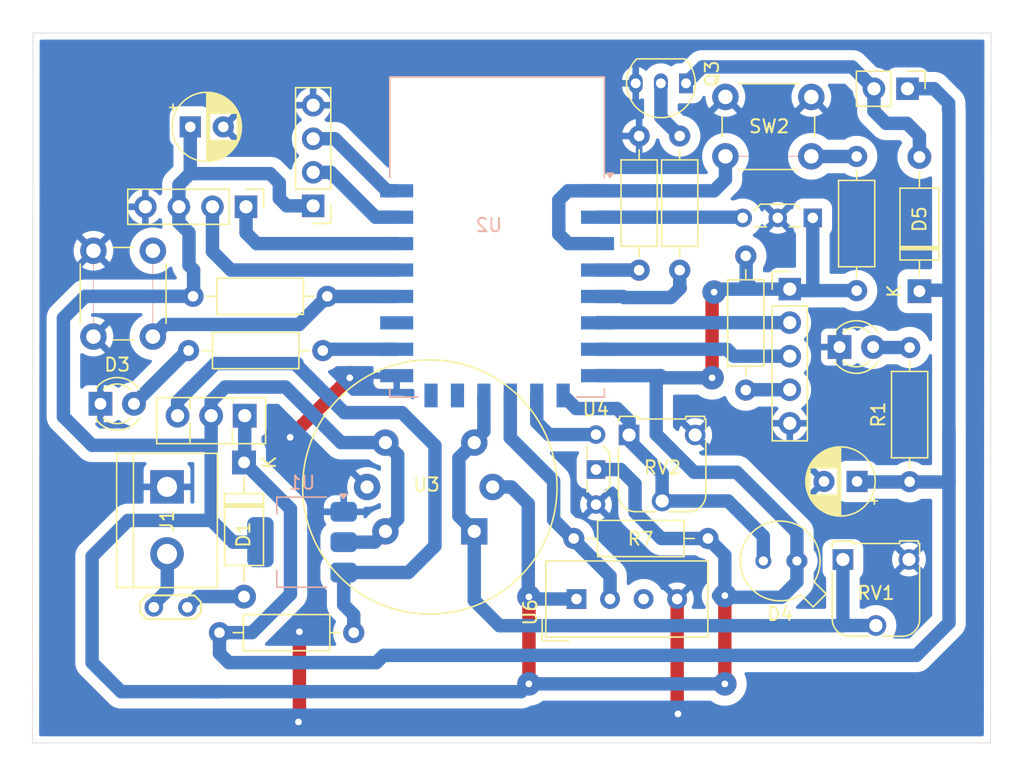
<source format=kicad_pcb>
(kicad_pcb (version 20240108) (generator "pcbnew") (generator_version "8.0")
  (layers (0 "F.Cu" signal) (31 "B.Cu" signal) (34 "B.Paste" user) (35 "F.Paste" user) (36 "B.SilkS" user "B.Silkscreen") (37 "F.SilkS" user "F.Silkscreen") (38 "B.Mask" user) (39 "F.Mask" user) (44 "Edge.Cuts" user))
  (net 0 "")
  (net 1 "Net-(BZ2--)")
  (net 2 "+7.4V")
  (net 3 "GND")
  (net 4 "+3.3V")
  (net 5 "Net-(D1-A)")
  (net 6 "Net-(D2-A)")
  (net 7 "Net-(D3-A)")
  (net 8 "/frame_pin")
  (net 9 "Net-(J1-Pin_2)")
  (net 10 "/rfid_tx")
  (net 11 "/rfid_rx")
  (net 12 "Net-(J2-Pin_4)")
  (net 13 "/Tx")
  (net 14 "/Rx")
  (net 15 "/SCL")
  (net 16 "/SDA")
  (net 17 "Net-(Q1-B)")
  (net 18 "Net-(Q3-B)")
  (net 19 "Net-(SW2-B)")
  (net 20 "Net-(SW3-A)")
  (net 21 "Net-(U2-GPIO16)")
  (net 22 "Net-(U2-GPIO15)")
  (net 23 "/temp_pin")
  (net 24 "Net-(U2-GPIO14)")
  (net 25 "Net-(U2-GPIO10)")
  (net 26 "/vibr_pin")
  (net 28 "/hb_pin")
  (footprint "Resistor_THT:R_Axial_DIN0207_L6.3mm_D2.5mm_P10.16mm_Horizontal" (layer "F.Cu") (at 194.11 127.91)
    (property "Reference" "R2" (hide yes))
    (property "Value" "3")
    (pad "1" thru_hole circle (at 0 0) (size 1.6 1.6) (drill 0.8) (layers "*.Cu" "*.Mask") (net 2 "+7.4V"))
    (pad "2" thru_hole oval (at 10.16 0) (size 1.6 1.6) (drill 0.8) (layers "*.Cu" "*.Mask") (net 17 "Net-(Q1-B)"))
  )
  (footprint "Resistor_THT:R_Axial_DIN0207_L6.3mm_D2.5mm_P10.16mm_Horizontal" (layer "F.Cu") (at 192.11 102.44)
    (property "Reference" "R4" (hide yes))
    (property "Value" "10k")
    (pad "1" thru_hole circle (at 0 0) (size 1.6 1.6) (drill 0.8) (layers "*.Cu" "*.Mask") (net 4 "+3.3V"))
    (pad "2" thru_hole oval (at 10.16 0) (size 1.6 1.6) (drill 0.8) (layers "*.Cu" "*.Mask") (net 20 "Net-(SW3-A)"))
  )
  (footprint "Sensor:MQ-6" (layer "F.Cu") (at 213.39 120.24 180)
    (property "Reference" "U3" (at 3.61 3.54 180) (layer "F.SilkS"))
    (property "Value" "MQ-2")
    (pad "1" thru_hole rect (at 0 0 180) (size 2 2) (drill 1) (layers "*.Cu" "*.Mask") (net 25 "Net-(U2-GPIO10)"))
    (pad "2" thru_hole circle (at -1.39 3.36 180) (size 2 2) (drill 1) (layers "*.Cu" "*.Mask") (net 4 "+3.3V"))
    (pad "3" thru_hole circle (at 0 6.72 270) (size 2 2) (drill 1) (layers "*.Cu" "*.Mask") (net 25 "Net-(U2-GPIO10)"))
    (pad "4" thru_hole circle (at 6.72 6.72) (size 2 2) (drill 1) (layers "*.Cu" "*.Mask") (net 4 "+3.3V"))
    (pad "5" thru_hole circle (at 8.11 3.36 180) (size 2 2) (drill 1) (layers "*.Cu" "*.Mask") (net 3 "GND"))
    (pad "6" thru_hole circle (at 6.72 0 90) (size 2 2) (drill 1) (layers "*.Cu" "*.Mask") (net 4 "+3.3V"))
  )
  (footprint "TerminalBlock:TerminalBlock_bornier-2_P5.08mm" (layer "F.Cu") (at 190.14 116.87 -90)
    (property "Reference" "J1" (at 2.57 -0.01 90) (layer "F.SilkS"))
    (property "Value" "Power")
    (pad "1" thru_hole rect (at 0 0 270) (size 2.54 2.54) (drill 1.52) (layers "*.Cu" "*.Mask") (net 3 "GND"))
    (pad "2" thru_hole circle (at 5.08 0 270) (size 2.54 2.54) (drill 1.52) (layers "*.Cu" "*.Mask") (net 9 "Net-(J1-Pin_2)"))
  )
  (footprint "Connector_PinHeader_2.54mm:PinHeader_1x04_P2.54mm_Vertical" (layer "F.Cu") (at 196.12 95.66 -90)
    (property "Reference" "J4" (hide yes))
    (property "Value" "Display")
    (pad "1" thru_hole rect (at 0 0 270) (size 1.7 1.7) (drill 1) (layers "*.Cu" "*.Mask") (net 15 "/SCL"))
    (pad "2" thru_hole oval (at 0 2.54 270) (size 1.7 1.7) (drill 1) (layers "*.Cu" "*.Mask") (net 16 "/SDA"))
    (pad "3" thru_hole oval (at 0 5.08 270) (size 1.7 1.7) (drill 1) (layers "*.Cu" "*.Mask") (net 4 "+3.3V"))
    (pad "4" thru_hole oval (at 0 7.62 270) (size 1.7 1.7) (drill 1) (layers "*.Cu" "*.Mask") (net 3 "GND"))
  )
  (footprint "Connector_PinHeader_2.54mm:PinHeader_1x04_P2.54mm_Vertical" (layer "F.Cu") (at 201.2 95.59 180)
    (property "Reference" "J3" (hide yes))
    (property "Value" "Program")
    (pad "1" thru_hole rect (at 0 0 180) (size 1.7 1.7) (drill 1) (layers "*.Cu" "*.Mask") (net 4 "+3.3V"))
    (pad "2" thru_hole oval (at 0 2.54 180) (size 1.7 1.7) (drill 1) (layers "*.Cu" "*.Mask") (net 14 "/Rx"))
    (pad "3" thru_hole oval (at 0 5.08 180) (size 1.7 1.7) (drill 1) (layers "*.Cu" "*.Mask") (net 13 "/Tx"))
    (pad "4" thru_hole oval (at 0 7.62 180) (size 1.7 1.7) (drill 1) (layers "*.Cu" "*.Mask") (net 3 "GND"))
  )
  (footprint "Diode_THT:D_A-405_P10.16mm_Horizontal" (layer "F.Cu") (at 247.08 102.05 90)
    (property "Reference" "D5" (at 5.45 0.01 -90) (layer "F.SilkS"))
    (property "Value" "1N4001")
    (fp_text user "K" (at 0 -1.9 -90) (layer "F.SilkS"))
    (pad "1" thru_hole rect (at 0 0 90) (size 1.8 1.8) (drill 0.9) (layers "*.Cu" "*.Mask") (net 2 "+7.4V"))
    (pad "2" thru_hole oval (at 10.16 0 90) (size 1.8 1.8) (drill 0.9) (layers "*.Cu" "*.Mask") (net 1 "Net-(BZ2--)"))
  )
  (footprint "Potentiometer_THT:Potentiometer_Runtron_RM-065_Vertical" (layer "F.Cu") (at 241.29 122.37)
    (property "Reference" "RV1" (at 2.51 2.54 0) (layer "F.SilkS"))
    (property "Value" "10k")
    (pad "1" thru_hole rect (at 0 0) (size 1.56 1.56) (drill 1) (layers "*.Cu" "*.Mask") (net 25 "Net-(U2-GPIO10)"))
    (pad "2" thru_hole circle (at 2.5 5) (size 1.56 1.56) (drill 1) (layers "*.Cu" "*.Mask") (net 25 "Net-(U2-GPIO10)"))
    (pad "3" thru_hole circle (at 5 0) (size 1.56 1.56) (drill 1) (layers "*.Cu" "*.Mask") (net 3 "GND"))
  )
  (footprint "Sensor_Current:Diodes_SIP-3_4.1x1.5mm_P2.65mm" (layer "F.Cu") (at 239.01 96.5 180)
    (property "Reference" "U5" (hide yes))
    (property "Value" "XD-58C")
    (pad "1" thru_hole rect (at 0 0 180) (size 1.4 1.4) (drill 0.8) (layers "*.Cu" "*.Mask") (net 4 "+3.3V"))
    (pad "2" thru_hole circle (at 2.65 0 180) (size 1.4 1.4) (drill 0.8) (layers "*.Cu" "*.Mask") (net 3 "GND"))
    (pad "3" thru_hole circle (at 5.3 0 180) (size 1.4 1.4) (drill 0.8) (layers "*.Cu" "*.Mask") (net 28 "/hb_pin"))
  )
  (footprint "TestPoint:TestPoint_2Pads_Pitch2.54mm_Drill0.8mm" (layer "F.Cu") (at 189.14 125.99)
    (property "Reference" "SW1" (hide yes))
    (property "Value" "Switch")
    (pad "1" thru_hole circle (at 0 0) (size 1.4 1.4) (drill 0.8) (layers "*.Cu" "*.Mask") (net 9 "Net-(J1-Pin_2)"))
    (pad "2" thru_hole circle (at 2.54 0) (size 1.4 1.4) (drill 0.8) (layers "*.Cu" "*.Mask") (net 5 "Net-(D1-A)"))
  )
  (footprint "Connector_PinHeader_2.54mm:PinHeader_1x02_P2.54mm_Vertical" (layer "F.Cu") (at 246.18 86.72 -90)
    (property "Reference" "BZ2" (hide yes))
    (property "Value" "Buzzer")
    (pad "1" thru_hole rect (at 0 0 270) (size 1.7 1.7) (drill 1) (layers "*.Cu" "*.Mask") (net 2 "+7.4V"))
    (pad "2" thru_hole oval (at 0 2.54 270) (size 1.7 1.7) (drill 1) (layers "*.Cu" "*.Mask") (net 1 "Net-(BZ2--)"))
  )
  (footprint "Resistor_THT:R_Axial_DIN0207_L6.3mm_D2.5mm_P10.16mm_Horizontal" (layer "F.Cu") (at 225.87 100.46 90)
    (property "Reference" "R5" (hide yes))
    (property "Value" "10k")
    (pad "1" thru_hole circle (at 0 0 90) (size 1.6 1.6) (drill 0.8) (layers "*.Cu" "*.Mask") (net 21 "Net-(U2-GPIO16)"))
    (pad "2" thru_hole oval (at 10.16 0 90) (size 1.6 1.6) (drill 0.8) (layers "*.Cu" "*.Mask") (net 3 "GND"))
  )
  (footprint "Connector_PinHeader_2.54mm:PinHeader_1x05_P2.54mm_Vertical" (layer "F.Cu") (at 237.27 101.895)
    (property "Reference" "J2" (hide yes))
    (property "Value" "JRD-100  (UHF RFID)")
    (pad "1" thru_hole rect (at 0 0) (size 1.7 1.7) (drill 1) (layers "*.Cu" "*.Mask") (net 4 "+3.3V"))
    (pad "2" thru_hole oval (at 0 2.54) (size 1.7 1.7) (drill 1) (layers "*.Cu" "*.Mask") (net 10 "/rfid_tx"))
    (pad "3" thru_hole oval (at 0 5.08) (size 1.7 1.7) (drill 1) (layers "*.Cu" "*.Mask") (net 11 "/rfid_rx"))
    (pad "4" thru_hole oval (at 0 7.62) (size 1.7 1.7) (drill 1) (layers "*.Cu" "*.Mask") (net 12 "Net-(J2-Pin_4)"))
    (pad "5" thru_hole oval (at 0 10.16) (size 1.7 1.7) (drill 1) (layers "*.Cu" "*.Mask") (net 3 "GND"))
  )
  (footprint "Resistor_THT:R_Axial_DIN0207_L6.3mm_D2.5mm_P10.16mm_Horizontal" (layer "F.Cu") (at 242.33 102.01 90)
    (property "Reference" "R3" (hide yes))
    (property "Value" "10k")
    (pad "1" thru_hole circle (at 0 0 90) (size 1.6 1.6) (drill 0.8) (layers "*.Cu" "*.Mask") (net 4 "+3.3V"))
    (pad "2" thru_hole oval (at 10.16 0 90) (size 1.6 1.6) (drill 0.8) (layers "*.Cu" "*.Mask") (net 19 "Net-(SW2-B)"))
  )
  (footprint "Resistor_THT:R_Axial_DIN0207_L6.3mm_D2.5mm_P10.16mm_Horizontal" (layer "F.Cu") (at 231.08 120.78 180)
    (property "Reference" "R7" (at 5.1 -0.03 180) (layer "F.SilkS"))
    (property "Value" "4.7k")
    (pad "1" thru_hole circle (at 0 0 180) (size 1.6 1.6) (drill 0.8) (layers "*.Cu" "*.Mask") (net 4 "+3.3V"))
    (pad "2" thru_hole oval (at 10.16 0 180) (size 1.6 1.6) (drill 0.8) (layers "*.Cu" "*.Mask") (net 23 "/temp_pin"))
  )
  (footprint "Package_TO_SOT_THT:TO-18-2_Lens" (layer "F.Cu") (at 237.81 122.48 180)
    (property "Reference" "D4" (at 1.27 -4.02 180) (layer "F.SilkS"))
    (property "Value" "BPX65")
    (pad "1" thru_hole oval (at 0 0 180) (size 1.6 1.2) (drill 0.7) (layers "*.Cu" "*.Mask") (net 4 "+3.3V"))
    (pad "2" thru_hole oval (at 2.54 0 180) (size 1.2 1.2) (drill 0.7) (layers "*.Cu" "*.Mask") (net 8 "/frame_pin"))
  )
  (footprint "Sensor:Aosong_DHT11_5.5x12.0_P2.54mm" (layer "F.Cu") (at 221.1275 125.3625 90)
    (property "Reference" "U6" (at -1 -3.5 -90) (layer "F.SilkS"))
    (property "Value" "DHT11")
    (pad "1" thru_hole rect (at 0 0 90) (size 1.5 1.5) (drill 0.8) (layers "*.Cu" "*.Mask") (net 4 "+3.3V"))
    (pad "2" thru_hole circle (at 0 2.54 90) (size 1.5 1.5) (drill 0.8) (layers "*.Cu" "*.Mask") (net 23 "/temp_pin"))
    (pad "3" thru_hole circle (at 0 5.08 90) (size 1.5 1.5) (drill 0.8) (layers "*.Cu" "*.Mask"))
    (pad "4" thru_hole circle (at 0 7.62 90) (size 1.5 1.5) (drill 0.8) (layers "*.Cu" "*.Mask") (net 3 "GND"))
  )
  (footprint "Capacitor_THT:CP_Radial_D5.0mm_P2.50mm" (layer "F.Cu") (at 242.36 116.46 180)
    (property "Reference" "C1" (hide yes))
    (property "Value" "100uF")
    (pad "1" thru_hole rect (at 0 0 180) (size 1.6 1.6) (drill 0.8) (layers "*.Cu" "*.Mask") (net 2 "+7.4V"))
    (pad "2" thru_hole circle (at 2.5 0 180) (size 1.6 1.6) (drill 0.8) (layers "*.Cu" "*.Mask") (net 3 "GND"))
  )
  (footprint "Resistor_THT:R_Axial_DIN0207_L6.3mm_D2.5mm_P10.16mm_Horizontal" (layer "F.Cu") (at 246.34 116.48 90)
    (property "Reference" "R1" (at 5.08 -2.37 -90) (layer "F.SilkS"))
    (property "Value" "1k")
    (pad "1" thru_hole circle (at 0 0 90) (size 1.6 1.6) (drill 0.8) (layers "*.Cu" "*.Mask") (net 2 "+7.4V"))
    (pad "2" thru_hole oval (at 10.16 0 90) (size 1.6 1.6) (drill 0.8) (layers "*.Cu" "*.Mask") (net 6 "Net-(D2-A)"))
  )
  (footprint "Package_TO_SOT_THT:TO-92_Inline" (layer "F.Cu") (at 228.785 86.31 180)
    (property "Reference" "Q3" (at -2.6 0.72 -90) (layer "F.SilkS"))
    (property "Value" "BC547")
    (pad "1" thru_hole rect (at -0.635 0 180) (size 1.05 1.5) (drill 0.75) (layers "*.Cu" "*.Mask") (net 1 "Net-(BZ2--)"))
    (pad "2" thru_hole oval (at 1.27 0 180) (size 1.05 1.5) (drill 0.75) (layers "*.Cu" "*.Mask") (net 18 "Net-(Q3-B)"))
    (pad "3" thru_hole oval (at 3.175 0 180) (size 1.05 1.5) (drill 0.75) (layers "*.Cu" "*.Mask") (net 3 "GND"))
  )
  (footprint "Resistor_THT:R_Axial_DIN0207_L6.3mm_D2.5mm_P10.16mm_Horizontal" (layer "F.Cu") (at 201.93 106.55 180)
    (property "Reference" "R6" (hide yes))
    (property "Value" "100")
    (pad "1" thru_hole circle (at 0 0 180) (size 1.6 1.6) (drill 0.8) (layers "*.Cu" "*.Mask") (net 22 "Net-(U2-GPIO15)"))
    (pad "2" thru_hole oval (at 10.16 0 180) (size 1.6 1.6) (drill 0.8) (layers "*.Cu" "*.Mask") (net 7 "Net-(D3-A)"))
  )
  (footprint "Button_Switch_THT:SW_PUSH_6mm" (layer "F.Cu") (at 232.4 87.34)
    (property "Reference" "SW2" (at 3.31 2.23 0) (layer "F.SilkS"))
    (property "Value" "Reset")
    (pad "1" thru_hole circle (at 0 0 90) (size 2 2) (drill 1.1) (layers "*.Cu" "*.Mask") (net 3 "GND"))
    (pad "1" thru_hole circle (at 6.5 0 90) (size 2 2) (drill 1.1) (layers "*.Cu" "*.Mask") (net 3 "GND"))
    (pad "2" thru_hole circle (at 0 4.5 90) (size 2 2) (drill 1.1) (layers "*.Cu" "*.Mask") (net 19 "Net-(SW2-B)"))
    (pad "2" thru_hole circle (at 6.5 4.5 90) (size 2 2) (drill 1.1) (layers "*.Cu" "*.Mask") (net 19 "Net-(SW2-B)"))
  )
  (footprint "Resistor_THT:R_Axial_DIN0207_L6.3mm_D2.5mm_P10.16mm_Horizontal" (layer "F.Cu") (at 233.94 109.54 90)
    (property "Reference" "R8" (hide yes))
    (property "Value" "10k")
    (pad "1" thru_hole circle (at 0 0 90) (size 1.6 1.6) (drill 0.8) (layers "*.Cu" "*.Mask") (net 12 "Net-(J2-Pin_4)"))
    (pad "2" thru_hole oval (at 10.16 0 90) (size 1.6 1.6) (drill 0.8) (layers "*.Cu" "*.Mask") (net 4 "+3.3V"))
  )
  (footprint "Potentiometer_THT:Potentiometer_Runtron_RM-065_Vertical" (layer "F.Cu") (at 225.11 112.94)
    (property "Reference" "RV2" (at 2.52 2.47 0) (layer "F.SilkS"))
    (property "Value" "10k")
    (pad "1" thru_hole rect (at 0 0) (size 1.56 1.56) (drill 1) (layers "*.Cu" "*.Mask") (net 8 "/frame_pin"))
    (pad "2" thru_hole circle (at 2.5 5) (size 1.56 1.56) (drill 1) (layers "*.Cu" "*.Mask") (net 8 "/frame_pin"))
    (pad "3" thru_hole circle (at 5 0) (size 1.56 1.56) (drill 1) (layers "*.Cu" "*.Mask") (net 3 "GND"))
  )
  (footprint "LED_THT:LED_D3.0mm" (layer "F.Cu") (at 241.035 106.28)
    (property "Reference" "D2" (hide yes))
    (property "Value" "Power")
    (pad "1" thru_hole rect (at 0 0) (size 1.8 1.8) (drill 0.9) (layers "*.Cu" "*.Mask") (net 3 "GND"))
    (pad "2" thru_hole circle (at 2.54 0) (size 1.8 1.8) (drill 0.9) (layers "*.Cu" "*.Mask") (net 6 "Net-(D2-A)"))
  )
  (footprint "Sensor_Current:Diodes_SIP-3_4.1x1.5mm_P2.65mm" (layer "F.Cu") (at 222.605 118.21 90)
    (property "Reference" "U4" (at 7.21 -0.015 0) (layer "F.SilkS"))
    (property "Value" "Vibration")
    (pad "1" thru_hole rect (at 2.65 0 90) (size 1.4 1.4) (drill 0.8) (layers "*.Cu" "*.Mask") (net 4 "+3.3V"))
    (pad "2" thru_hole circle (at 0 0 90) (size 1.4 1.4) (drill 0.8) (layers "*.Cu" "*.Mask") (net 3 "GND"))
    (pad "3" thru_hole circle (at 5.3 0 90) (size 1.4 1.4) (drill 0.8) (layers "*.Cu" "*.Mask") (net 26 "/vibr_pin"))
  )
  (footprint "Package_TO_SOT_THT:TO-126-3_Vertical" (layer "F.Cu") (at 196.02 111.48 180)
    (property "Reference" "Q1" (hide yes))
    (property "Value" "BD138")
    (pad "1" thru_hole rect (at 0 0 180) (size 1.8 1.8) (drill 1) (layers "*.Cu" "*.Mask") (net 2 "+7.4V"))
    (pad "2" thru_hole oval (at 2.54 0 180) (size 1.8 1.8) (drill 1) (layers "*.Cu" "*.Mask") (net 4 "+3.3V"))
    (pad "3" thru_hole oval (at 5.08 0 180) (size 1.8 1.8) (drill 1) (layers "*.Cu" "*.Mask") (net 17 "Net-(Q1-B)"))
  )
  (footprint "LED_THT:LED_D3.0mm" (layer "F.Cu") (at 185.1 110.58)
    (property "Reference" "D3" (at 1.27 -2.96 0) (layer "F.SilkS"))
    (property "Value" "LED")
    (pad "1" thru_hole rect (at 0 0) (size 1.8 1.8) (drill 0.9) (layers "*.Cu" "*.Mask") (net 3 "GND"))
    (pad "2" thru_hole circle (at 2.54 0) (size 1.8 1.8) (drill 0.9) (layers "*.Cu" "*.Mask") (net 7 "Net-(D3-A)"))
  )
  (footprint "Button_Switch_THT:SW_PUSH_6mm" (layer "F.Cu") (at 189.07 98.99 -90)
    (property "Reference" "SW3" (hide yes))
    (property "Value" "Mode")
    (pad "1" thru_hole circle (at 0 0) (size 2 2) (drill 1.1) (layers "*.Cu" "*.Mask") (net 20 "Net-(SW3-A)"))
    (pad "1" thru_hole circle (at 6.5 0) (size 2 2) (drill 1.1) (layers "*.Cu" "*.Mask") (net 20 "Net-(SW3-A)"))
    (pad "2" thru_hole circle (at 0 4.5) (size 2 2) (drill 1.1) (layers "*.Cu" "*.Mask") (net 3 "GND"))
    (pad "2" thru_hole circle (at 6.5 4.5) (size 2 2) (drill 1.1) (layers "*.Cu" "*.Mask") (net 3 "GND"))
  )
  (footprint "Capacitor_THT:CP_Radial_D5.0mm_P2.50mm" (layer "F.Cu") (at 191.9 89.61)
    (property "Reference" "C2" (hide yes))
    (property "Value" "100uF")
    (pad "1" thru_hole rect (at 0 0) (size 1.6 1.6) (drill 0.8) (layers "*.Cu" "*.Mask") (net 4 "+3.3V"))
    (pad "2" thru_hole circle (at 2.5 0) (size 1.6 1.6) (drill 0.8) (layers "*.Cu" "*.Mask") (net 3 "GND"))
  )
  (footprint "Diode_THT:D_A-405_P10.16mm_Horizontal" (layer "F.Cu") (at 195.97 115.02 -90)
    (property "Reference" "D1" (at 5.47 0.05 90) (layer "F.SilkS"))
    (property "Value" "1N4001")
    (fp_text user "K" (at 0 -1.9 90) (layer "F.SilkS"))
    (pad "1" thru_hole rect (at 0 0 270) (size 1.8 1.8) (drill 0.9) (layers "*.Cu" "*.Mask") (net 2 "+7.4V"))
    (pad "2" thru_hole oval (at 10.16 0 270) (size 1.8 1.8) (drill 0.9) (layers "*.Cu" "*.Mask") (net 5 "Net-(D1-A)"))
  )
  (footprint "Resistor_THT:R_Axial_DIN0207_L6.3mm_D2.5mm_P10.16mm_Horizontal" (layer "F.Cu") (at 228.94 100.46 90)
    (property "Reference" "R9" (hide yes))
    (property "Value" "1k")
    (pad "1" thru_hole circle (at 0 0 90) (size 1.6 1.6) (drill 0.8) (layers "*.Cu" "*.Mask") (net 24 "Net-(U2-GPIO14)"))
    (pad "2" thru_hole oval (at 10.16 0 90) (size 1.6 1.6) (drill 0.8) (layers "*.Cu" "*.Mask") (net 18 "Net-(Q3-B)"))
  )
  (footprint "RF_Module:ESP-12E" (layer "B.Cu") (at 215.12 97.95 180)
    (property "Reference" "U2" (at 0.62 0.9 180) (layer "B.SilkS") (effects (justify mirror)))
    (property "Value" "ESP-12F")
    (pad "1" smd rect (at -7.6 3.5 180) (size 2.5 1) (layers "B.Cu" "B.Paste" "B.Mask") (net 19 "Net-(SW2-B)"))
    (pad "2" smd rect (at -7.6 1.5 180) (size 2.5 1) (layers "B.Cu" "B.Paste" "B.Mask") (net 28 "/hb_pin"))
    (pad "3" smd rect (at -7.6 -0.5 180) (size 2.5 1) (layers "B.Cu" "B.Paste" "B.Mask") (net 19 "Net-(SW2-B)"))
    (pad "4" smd rect (at -7.6 -2.5 180) (size 2.5 1) (layers "B.Cu" "B.Paste" "B.Mask") (net 21 "Net-(U2-GPIO16)"))
    (pad "5" smd rect (at -7.6 -4.5 180) (size 2.5 1) (layers "B.Cu" "B.Paste" "B.Mask") (net 24 "Net-(U2-GPIO14)"))
    (pad "6" smd rect (at -7.6 -6.5 180) (size 2.5 1) (layers "B.Cu" "B.Paste" "B.Mask") (net 10 "/rfid_tx"))
    (pad "7" smd rect (at -7.6 -8.5 180) (size 2.5 1) (layers "B.Cu" "B.Paste" "B.Mask") (net 11 "/rfid_rx"))
    (pad "8" smd rect (at -7.6 -10.5 180) (size 2.5 1) (layers "B.Cu" "B.Paste" "B.Mask") (net 4 "+3.3V"))
    (pad "9" smd rect (at -5 -12 180) (size 1 1.8) (layers "B.Cu" "B.Paste" "B.Mask") (net 8 "/frame_pin"))
    (pad "10" smd rect (at -3 -12 180) (size 1 1.8) (layers "B.Cu" "B.Paste" "B.Mask") (net 26 "/vibr_pin"))
    (pad "11" smd rect (at -1 -12 180) (size 1 1.8) (layers "B.Cu" "B.Paste" "B.Mask") (net 23 "/temp_pin"))
    (pad "12" smd rect (at 1 -12 180) (size 1 1.8) (layers "B.Cu" "B.Paste" "B.Mask") (net 25 "Net-(U2-GPIO10)"))
    (pad "13" smd rect (at 3 -12 180) (size 1 1.8) (layers "B.Cu" "B.Paste" "B.Mask"))
    (pad "14" smd rect (at 5 -12 180) (size 1 1.8) (layers "B.Cu" "B.Paste" "B.Mask"))
    (pad "15" smd rect (at 7.6 -10.5 180) (size 2.5 1) (layers "B.Cu" "B.Paste" "B.Mask") (net 3 "GND"))
    (pad "16" smd rect (at 7.6 -8.5 180) (size 2.5 1) (layers "B.Cu" "B.Paste" "B.Mask") (net 22 "Net-(U2-GPIO15)"))
    (pad "17" smd rect (at 7.6 -6.5 180) (size 2.5 1) (layers "B.Cu" "B.Paste" "B.Mask"))
    (pad "18" smd rect (at 7.6 -4.5 180) (size 2.5 1) (layers "B.Cu" "B.Paste" "B.Mask") (net 20 "Net-(SW3-A)"))
    (pad "19" smd rect (at 7.6 -2.5 180) (size 2.5 1) (layers "B.Cu" "B.Paste" "B.Mask") (net 16 "/SDA"))
    (pad "20" smd rect (at 7.6 -0.5 180) (size 2.5 1) (layers "B.Cu" "B.Paste" "B.Mask") (net 15 "/SCL"))
    (pad "21" smd rect (at 7.6 1.5 180) (size 2.5 1) (layers "B.Cu" "B.Paste" "B.Mask") (net 14 "/Rx"))
    (pad "22" smd rect (at 7.6 3.5 180) (size 2.5 1) (layers "B.Cu" "B.Paste" "B.Mask") (net 13 "/Tx"))
    (zone (net 0) (net_name "") (layers "*.Cu") (connect_pads (clearance 0)) (min_thickness 0.254)
      (keepout (tracks not_allowed) (vias not_allowed) (pads not_allowed) (copperpour not_allowed) (footprints not_allowed))
      (fill (thermal_gap 0.508) (thermal_bridge_width 0.508))
      (polygon (pts (xy 223.24 93.15) (xy 207 93.15) (xy 207 85.83) (xy 223.24 85.83)))
    )
  )
  (footprint "Package_TO_SOT_SMD:SOT-223-3_TabPin2" (layer "B.Cu") (at 200.36 121.0575 180)
    (property "Reference" "U1" (at 0 4.5 180) (layer "B.SilkS") (effects (justify mirror)))
    (property "Value" "AMS1117-3.3")
    (pad "1" smd roundrect (at -3.15 2.3 180) (size 2 1.5) (layers "B.Cu" "B.Paste" "B.Mask") (net 3 "GND"))
    (pad "2" smd roundrect (at -3.15 0 180) (size 2 1.5) (layers "B.Cu" "B.Paste" "B.Mask") (net 4 "+3.3V"))
    (pad "2" smd roundrect (at 3.15 0 180) (size 2 3.8) (layers "B.Cu" "B.Paste" "B.Mask") (net 4 "+3.3V"))
    (pad "3" smd roundrect (at -3.15 -2.3 180) (size 2 1.5) (layers "B.Cu" "B.Paste" "B.Mask") (net 17 "Net-(Q1-B)"))
  )
  (gr_line (start 179.96 136.26) (end 180 82.5) (stroke (width 0.05)) (layer "Edge.Cuts"))
  (gr_line (start 252.46 136.26) (end 179.96 136.26) (stroke (width 0.05)) (layer "Edge.Cuts"))
  (gr_line (start 252.5 82.5) (end 252.46 136.26) (stroke (width 0.05)) (layer "Edge.Cuts"))
  (gr_line (start 180 82.5) (end 252.5 82.5) (stroke (width 0.05)) (layer "Edge.Cuts"))
  (segment (start 243.64 86.72) (end 243.64 88.42) (width 1.016) (layer "B.Cu") (net 1))
  (segment (start 243.64 86.72) (end 241.99 85.07) (width 1.016) (layer "B.Cu") (net 1))
  (segment (start 243.64 88.42) (end 244.56 89.34) (width 1.016) (layer "B.Cu") (net 1))
  (segment (start 247.08 90.28) (end 247.08 91.89) (width 1.016) (layer "B.Cu") (net 1))
  (segment (start 246.14 89.34) (end 247.08 90.28) (width 1.016) (layer "B.Cu") (net 1))
  (segment (start 241.99 85.07) (end 230.66 85.07) (width 1.016) (layer "B.Cu") (net 1))
  (segment (start 230.66 85.07) (end 229.42 86.31) (width 1.016) (layer "B.Cu") (net 1))
  (segment (start 244.56 89.34) (end 246.14 89.34) (width 1.016) (layer "B.Cu") (net 1))
  (segment (start 196.02 114.97) (end 195.97 115.02) (width 1.016) (layer "B.Cu") (net 2))
  (segment (start 249.31 112.71) (end 249.32 112.72) (width 1.016) (layer "B.Cu") (net 2))
  (segment (start 249.32 127.16) (end 246.85 129.63) (width 1.016) (layer "B.Cu") (net 2))
  (segment (start 199.48 118.53) (end 199.48 125) (width 1.016) (layer "B.Cu") (net 2))
  (segment (start 246.85 129.63) (end 206.53 129.63) (width 1.016) (layer "B.Cu") (net 2))
  (segment (start 196.02 111.48) (end 196.02 114.97) (width 1.016) (layer "B.Cu") (net 2))
  (segment (start 195.97 115.02) (end 199.48 118.53) (width 1.016) (layer "B.Cu") (net 2))
  (segment (start 249.3 101.98) (end 249.31 101.99) (width 1.016) (layer "B.Cu") (net 2))
  (segment (start 206.53 129.63) (end 205.98 130.18) (width 1.016) (layer "B.Cu") (net 2))
  (segment (start 248.19 86.72) (end 249.29 87.82) (width 1.016) (layer "B.Cu") (net 2))
  (segment (start 249.32 116.38) (end 249.31 116.37) (width 1.016) (layer "B.Cu") (net 2))
  (segment (start 242.4 116.5) (end 249.2 116.5) (width 1.016) (layer "B.Cu") (net 2))
  (segment (start 249.32 112.72) (end 249.32 127.16) (width 1.016) (layer "B.Cu") (net 2))
  (segment (start 247.02 101.93) (end 247.07 101.98) (width 1.016) (layer "B.Cu") (net 2))
  (segment (start 249.31 88.39) (end 249.31 101.99) (width 1.016) (layer "B.Cu") (net 2))
  (segment (start 194.11 129.48) (end 194.11 127.91) (width 1.016) (layer "B.Cu") (net 2))
  (segment (start 194.81 130.18) (end 194.11 129.48) (width 1.016) (layer "B.Cu") (net 2))
  (segment (start 249.29 87.82) (end 249.29 88.37) (width 1.016) (layer "B.Cu") (net 2))
  (segment (start 249.31 116.37) (end 249.31 101.99) (width 1.016) (layer "B.Cu") (net 2))
  (segment (start 205.98 130.18) (end 194.81 130.18) (width 1.016) (layer "B.Cu") (net 2))
  (segment (start 249.2 116.5) (end 249.32 116.38) (width 1.016) (layer "B.Cu") (net 2))
  (segment (start 246.18 86.72) (end 248.19 86.72) (width 1.016) (layer "B.Cu") (net 2))
  (segment (start 242.36 116.46) (end 242.4 116.5) (width 1.016) (layer "B.Cu") (net 2))
  (segment (start 196.57 127.91) (end 194.11 127.91) (width 1.016) (layer "B.Cu") (net 2))
  (segment (start 199.48 125) (end 196.57 127.91) (width 1.016) (layer "B.Cu") (net 2))
  (segment (start 249.29 88.37) (end 249.31 88.39) (width 1.016) (layer "B.Cu") (net 2))
  (segment (start 247.07 101.98) (end 249.3 101.98) (width 1.016) (layer "B.Cu") (net 2))
  (segment (start 200.16 127.84) (end 200.16 134.6) (width 1.016) (layer "F.Cu") (net 3))
  (segment (start 228.7475 125.3625) (end 228.7475 133.9975) (width 1.016) (layer "F.Cu") (net 3))
  (segment (start 228.7475 133.9975) (end 228.81 134.06) (width 1.016) (layer "F.Cu") (net 3))
  (segment (start 200.16 134.6) (end 200.09 134.67) (width 1.016) (layer "F.Cu") (net 3))
  (segment (start 184.57 98.99) (end 184.57 105.49) (width 0.0254) (layer "F.Cu") (net 3))
  (segment (start 199.46 113.119) (end 203.97 108.609) (width 1.016) (layer "F.Cu") (net 3))
  (via (at 228.81 134.06) (size 1.778) (drill 0.508) (layers "F.Cu" "B.Cu") (net 3))
  (via (at 199.46 113.119) (size 1.778) (drill 0.508) (layers "F.Cu" "B.Cu") (net 3))
  (via (at 200.16 127.84) (size 1.778) (drill 0.508) (layers "F.Cu" "B.Cu") (net 3))
  (via (at 200.09 134.67) (size 1.778) (drill 0.508) (layers "F.Cu" "B.Cu") (net 3))
  (via (at 203.97 108.609) (size 1.778) (drill 0.508) (layers "F.Cu" "B.Cu") (net 3))
  (segment (start 222.605 118.245) (end 222.605 118.21) (width 1.016) (layer "B.Cu") (net 3))
  (segment (start 231.39 102.276) (end 231.39 108.609) (width 1.016) (layer "F.Cu") (net 4))
  (segment (start 232.35475 131.53475) (end 232.35475 131.789) (width 1.016) (layer "F.Cu") (net 4))
  (segment (start 232.32 131.5) (end 232.35475 131.53475) (width 1.016) (layer "F.Cu") (net 4))
  (segment (start 217.53 125.2) (end 217.53 131.789) (width 1.016) (layer "F.Cu") (net 4))
  (segment (start 232.35475 125.10525) (end 232.35475 131.46525) (width 1.016) (layer "F.Cu") (net 4))
  (segment (start 232.35475 131.46525) (end 232.32 131.5) (width 1.016) (layer "F.Cu") (net 4))
  (segment (start 231.543 102.123) (end 231.39 102.276) (width 1.016) (layer "F.Cu") (net 4))
  (via (at 231.39 108.609) (size 1.778) (drill 0.508) (layers "F.Cu" "B.Cu") (net 4))
  (via (at 231.543 102.123) (size 1.778) (drill 0.508) (layers "F.Cu" "B.Cu") (net 4))
  (via (at 232.35475 125.10525) (size 1.778) (drill 0.508) (layers "F.Cu" "B.Cu") (net 4))
  (via (at 217.53 131.789) (size 1.778) (drill 0.508) (layers "F.Cu" "B.Cu") (net 4))
  (via (at 217.53 125.2) (size 1.778) (drill 0.508) (layers "F.Cu" "B.Cu") (net 4))
  (via (at 232.35475 131.789) (size 1.778) (drill 0.508) (layers "F.Cu" "B.Cu") (net 4))
  (segment (start 238.82 102.01) (end 237.385 102.01) (width 1.016) (layer "B.Cu") (net 4))
  (segment (start 230.035862 115.765) (end 233.255 115.765) (width 1.016) (layer "B.Cu") (net 4))
  (segment (start 231.39 108.609) (end 227.639 108.609) (width 1.016) (layer "B.Cu") (net 4))
  (segment (start 231.08 120.78) (end 227.550862 120.78) (width 1.016) (layer "B.Cu") (net 4))
  (segment (start 184.47 113.72) (end 193.48 113.72) (width 1.016) (layer "B.Cu") (net 4))
  (segment (start 217.53 125.2) (end 217.48 125.25) (width 1.016) (layer "B.Cu") (net 4))
  (segment (start 191.88 93.15) (end 197.94 93.15) (width 1.016) (layer "B.Cu") (net 4))
  (segment (start 233.97 101.35) (end 234.515 101.895) (width 1.016) (layer "B.Cu") (net 4))
  (segment (start 222.605 115.56) (end 224.47 115.56) (width 1.016) (layer "B.Cu") (net 4))
  (segment (start 191.04 95.66) (end 191.04 96.862081) (width 1.016) (layer "B.Cu") (net 4))
  (segment (start 187.19 119.41) (end 184.47 122.13) (width 1.016) (layer "B.Cu") (net 4))
  (segment (start 191.04 93.99) (end 191.88 93.15) (width 1.016) (layer "B.Cu") (net 4))
  (segment (start 227.550862 120.78) (end 227.345431 120.574569) (width 1.016) (layer "B.Cu") (net 4))
  (segment (start 217.48 125.2925) (end 217.55 125.3625) (width 1.016) (layer "B.Cu") (net 4))
  (segment (start 214.78 116.88) (end 216.2 116.88) (width 1.016) (layer "B.Cu") (net 4))
  (segment (start 232.35475 125.10525) (end 232.35475 122.05475) (width 1.016) (layer "B.Cu") (net 4))
  (segment (start 227.16 112.889138) (end 230.035862 115.765) (width 1.016) (layer "B.Cu") (net 4))
  (segment (start 194.54 109.31) (end 199.10224 109.31) (width 1.016) (layer "B.Cu") (net 4))
  (segment (start 227.48 108.45) (end 222.72 108.45) (width 1.016) (layer "B.Cu") (net 4))
  (segment (start 227.639 108.609) (end 227.48 108.45) (width 1.016) (layer "B.Cu") (net 4))
  (segment (start 186.67 132.38) (end 193.96 132.38) (width 1.016) (layer "B.Cu") (net 4))
  (segment (start 221.1275 125.3625) (end 217.55 125.3625) (width 1.016) (layer "B.Cu") (net 4))
  (segment (start 184.47 130.18) (end 185.53 131.24) (width 1.016) (layer "B.Cu") (net 4))
  (segment (start 206.67 113.52) (end 206.67 113.39) (width 1.016) (layer "B.Cu") (net 4))
  (segment (start 191.04 96.862081) (end 191.802 97.624081) (width 1.016) (layer "B.Cu") (net 4))
  (segment (start 203.31224 113.52) (end 206.67 113.52) (width 1.016) (layer "B.Cu") (net 4))
  (segment (start 233.97 99.41) (end 233.97 101.35) (width 1.016) (layer "B.Cu") (net 4))
  (segment (start 236.64 125.23) (end 237.81 124.06) (width 1.016) (layer "B.Cu") (net 4))
  (segment (start 232.35475 125.10525) (end 232.4795 125.23) (width 1.016) (layer "B.Cu") (net 4))
  (segment (start 207.6 114.45) (end 206.67 113.52) (width 1.016) (layer "B.Cu") (net 4))
  (segment (start 227.16 108.77) (end 227.16 112.889138) (width 1.016) (layer "B.Cu") (net 4))
  (segment (start 193.48 119.39) (end 193.5 119.41) (width 1.016) (layer "B.Cu") (net 4))
  (segment (start 216.939 132.38) (end 193.96 132.38) (width 1.016) (layer "B.Cu") (net 4))
  (segment (start 191.9 89.61) (end 191.9 93.13) (width 1.016) (layer "B.Cu") (net 4))
  (segment (start 193.48 113.72) (end 193.48 119.39) (width 1.016) (layer "B.Cu") (net 4))
  (segment (start 195.1475 121.0575) (end 193.5 119.41) (width 1.016) (layer "B.Cu") (net 4))
  (segment (start 192.15 102.4) (end 192.11 102.44) (width 1.016) (layer "B.Cu") (net 4))
  (segment (start 216.2 116.88) (end 217.48 118.16) (width 1.016) (layer "B.Cu") (net 4))
  (segment (start 225.56 118.789138) (end 227.345431 120.574569) (width 1.016) (layer "B.Cu") (net 4))
  (segment (start 193.48 111.48) (end 193.48 110.37) (width 1.016) (layer "B.Cu") (net 4))
  (segment (start 217.48 118.16) (end 217.48 125.15) (width 1.016) (layer "B.Cu") (net 4))
  (segment (start 234.515 101.895) (end 237.27 101.895) (width 1.016) (layer "B.Cu") (net 4))
  (segment (start 193.48 113.72) (end 193.48 111.48) (width 1.016) (layer "B.Cu") (net 4))
  (segment (start 242.33 102.01) (end 238.82 102.01) (width 1.016) (layer "B.Cu") (net 4))
  (segment (start 205.8525 121.0575) (end 207.6 119.31) (width 1.016) (layer "B.Cu") (net 4))
  (segment (start 233.255 115.765) (end 237.81 120.32) (width 1.016) (layer "B.Cu") (net 4))
  (segment (start 198.64 93.85) (end 198.64 95.03) (width 1.016) (layer "B.Cu") (net 4))
  (segment (start 193.48 110.37) (end 194.54 109.31) (width 1.016) (layer "B.Cu") (net 4))
  (segment (start 198.64 95.03) (end 199.2 95.59) (width 1.016) (layer "B.Cu") (net 4))
  (segment (start 231.876112 125.10525) (end 232.35475 125.10525) (width 1.016) (layer "B.Cu") (net 4))
  (segment (start 193.5 119.41) (end 187.19 119.41) (width 1.016) (layer "B.Cu") (net 4))
  (segment (start 237.81 120.32) (end 237.81 122.48) (width 1.016) (layer "B.Cu") (net 4))
  (segment (start 191.9 93.13) (end 191.88 93.15) (width 1.016) (layer "B.Cu") (net 4))
  (segment (start 239.01 96.5) (end 239.01 101.82) (width 1.016) (layer "B.Cu") (net 4))
  (segment (start 207.6 119.31) (end 207.6 114.45) (width 1.016) (layer "B.Cu") (net 4))
  (segment (start 192.11 102.44) (end 183.95 102.44) (width 1.016) (layer "B.Cu") (net 4))
  (segment (start 237.385 102.01) (end 237.27 101.895) (width 1.016) (layer "B.Cu") (net 4))
  (segment (start 197.21 121.0575) (end 195.1475 121.0575) (width 1.016) (layer "B.Cu") (net 4))
  (segment (start 231.543 102.123) (end 231.771 101.895) (width 1.016) (layer "B.Cu") (net 4))
  (segment (start 182.3 111.55) (end 184.47 113.72) (width 1.016) (layer "B.Cu") (net 4))
  (segment (start 191.04 95.66) (end 191.04 93.99) (width 1.016) (layer "B.Cu") (net 4))
  (segment (start 197.94 93.15) (end 198.64 93.85) (width 1.016) (layer "B.Cu") (net 4))
  (segment (start 199.2 95.59) (end 201.2 95.59) (width 1.016) (layer "B.Cu") (net 4))
  (segment (start 232.4795 125.23) (end 236.64 125.23) (width 1.016) (layer "B.Cu") (net 4))
  (segment (start 193.96 132.38) (end 192.66 132.38) (width 1.016) (layer "B.Cu") (net 4))
  (segment (start 184.75 130.46) (end 185.53 131.24) (width 1.016) (layer "B.Cu") (net 4))
  (segment (start 232.35475 122.05475) (end 231.08 120.78) (width 1.016) (layer "B.Cu") (net 4))
  (segment (start 191.802 97.624081) (end 191.802 100.092) (width 1.016) (layer "B.Cu") (net 4))
  (segment (start 182.3 104.09) (end 182.3 111.55) (width 1.016) (layer "B.Cu") (net 4))
  (segment (start 227.48 108.45) (end 227.16 108.77) (width 1.016) (layer "B.Cu") (net 4))
  (segment (start 183.95 102.44) (end 182.3 104.09) (width 1.016) (layer "B.Cu") (net 4))
  (segment (start 224.47 115.56) (end 225.56 116.65) (width 1.016) (layer "B.Cu") (net 4))
  (segment (start 191.802 100.092) (end 192.15 100.44) (width 1.016) (layer "B.Cu") (net 4))
  (segment (start 237.81 124.06) (end 237.81 122.48) (width 1.016) (layer "B.Cu") (net 4))
  (segment (start 231.771 101.895) (end 234.515 101.895) (width 1.016) (layer "B.Cu") (net 4))
  (segment (start 233.94 99.38) (end 233.97 99.41) (width 1.016) (layer "B.Cu") (net 4))
  (segment (start 192.15 100.44) (end 192.15 102.4) (width 1.016) (layer "B.Cu") (net 4))
  (segment (start 185.53 131.24) (end 186.67 132.38) (width 1.016) (layer "B.Cu") (net 4))
  (segment (start 184.47 122.13) (end 184.47 130.18) (width 1.016) (layer "B.Cu") (net 4))
  (segment (start 232.35475 131.789) (end 217.53 131.789) (width 1.016) (layer "B.Cu") (net 4))
  (segment (start 225.56 116.65) (end 225.56 118.789138) (width 1.016) (layer "B.Cu") (net 4))
  (segment (start 217.48 125.25) (end 217.48 125.2925) (width 1.016) (layer "B.Cu") (net 4))
  (segment (start 199.10224 109.31) (end 203.31224 113.52) (width 1.016) (layer "B.Cu") (net 4))
  (segment (start 203.51 121.0575) (end 205.8525 121.0575) (width 1.016) (layer "B.Cu") (net 4))
  (segment (start 217.53 131.789) (end 216.939 132.38) (width 1.016) (layer "B.Cu") (net 4))
  (segment (start 217.48 125.15) (end 217.53 125.2) (width 1.016) (layer "B.Cu") (net 4))
  (segment (start 239.01 101.82) (end 238.82 102.01) (width 1.016) (layer "B.Cu") (net 4))
  (segment (start 192.49 125.18) (end 191.68 125.99) (width 1.016) (layer "B.Cu") (net 5))
  (segment (start 195.97 125.18) (end 192.49 125.18) (width 1.016) (layer "B.Cu") (net 5))
  (segment (start 246.34 106.32) (end 243.615 106.32) (width 1.016) (layer "B.Cu") (net 6))
  (segment (start 243.615 106.32) (end 243.575 106.28) (width 1.016) (layer "B.Cu") (net 6))
  (segment (start 191.77 106.55) (end 191.67 106.55) (width 1.016) (layer "B.Cu") (net 7))
  (segment (start 191.67 106.55) (end 187.64 110.58) (width 1.016) (layer "B.Cu") (net 7))
  (segment (start 225.11 112.94) (end 225.11 113.35361) (width 1.016) (layer "B.Cu") (net 8))
  (segment (start 221.11 110.94) (end 224.2 110.94) (width 1.016) (layer "B.Cu") (net 8))
  (segment (start 227.61 117.94) (end 232.6 117.94) (width 1.016) (layer "B.Cu") (net 8))
  (segment (start 224.2 110.94) (end 225.11 111.85) (width 1.016) (layer "B.Cu") (net 8))
  (segment (start 232.6 117.94) (end 235.27 120.61) (width 1.016) (layer "B.Cu") (net 8))
  (segment (start 235.27 120.61) (end 235.27 122.48) (width 1.016) (layer "B.Cu") (net 8))
  (segment (start 227.61 115.85361) (end 227.61 117.94) (width 1.016) (layer "B.Cu") (net 8))
  (segment (start 225.11 111.85) (end 225.11 112.94) (width 1.016) (layer "B.Cu") (net 8))
  (segment (start 220.12 109.95) (end 221.11 110.94) (width 1.016) (layer "B.Cu") (net 8))
  (segment (start 225.11 113.35361) (end 227.61 115.85361) (width 1.016) (layer "B.Cu") (net 8))
  (segment (start 190.16 124.723999) (end 190.16 121.97) (width 1.016) (layer "B.Cu") (net 9))
  (segment (start 189.14 125.743999) (end 190.16 124.723999) (width 1.016) (layer "B.Cu") (net 9))
  (segment (start 189.14 125.99) (end 189.14 125.743999) (width 1.016) (layer "B.Cu") (net 9))
  (segment (start 190.16 121.97) (end 190.14 121.95) (width 1.016) (layer "B.Cu") (net 9))
  (segment (start 237.27 104.435) (end 222.735 104.435) (width 1.016) (layer "B.Cu") (net 10))
  (segment (start 222.735 104.435) (end 222.72 104.45) (width 1.016) (layer "B.Cu") (net 10))
  (segment (start 222.72 106.45) (end 232.52 106.45) (width 1.016) (layer "B.Cu") (net 11))
  (segment (start 233.045 106.975) (end 237.27 106.975) (width 1.016) (layer "B.Cu") (net 11))
  (segment (start 232.52 106.45) (end 233.045 106.975) (width 1.016) (layer "B.Cu") (net 11))
  (segment (start 233.965 109.515) (end 233.94 109.54) (width 1.016) (layer "B.Cu") (net 12))
  (segment (start 237.27 109.515) (end 233.965 109.515) (width 1.016) (layer "B.Cu") (net 12))
  (segment (start 202.84 90.51) (end 201.2 90.51) (width 1.016) (layer "B.Cu") (net 13))
  (segment (start 207.52 94.45) (end 206.78 94.45) (width 1.016) (layer "B.Cu") (net 13))
  (segment (start 206.78 94.45) (end 202.84 90.51) (width 1.016) (layer "B.Cu") (net 13))
  (segment (start 202.52 93.05) (end 205.92 96.45) (width 1.016) (layer "B.Cu") (net 14))
  (segment (start 201.2 93.05) (end 202.52 93.05) (width 1.016) (layer "B.Cu") (net 14))
  (segment (start 205.92 96.45) (end 207.52 96.45) (width 1.016) (layer "B.Cu") (net 14))
  (segment (start 207.52 98.45) (end 196.93 98.45) (width 1.016) (layer "B.Cu") (net 15))
  (segment (start 196.93 98.45) (end 196.12 97.64) (width 1.016) (layer "B.Cu") (net 15))
  (segment (start 196.12 97.64) (end 196.12 95.66) (width 1.016) (layer "B.Cu") (net 15))
  (segment (start 193.58 99.05) (end 194.98 100.45) (width 1.016) (layer "B.Cu") (net 16))
  (segment (start 193.58 95.66) (end 193.58 99.05) (width 1.016) (layer "B.Cu") (net 16))
  (segment (start 194.98 100.45) (end 207.52 100.45) (width 1.016) (layer "B.Cu") (net 16))
  (segment (start 204.27 127.91) (end 204.27 126.56) (width 1.016) (layer "B.Cu") (net 17))
  (segment (start 203.51 125.8) (end 203.51 123.3575) (width 1.016) (layer "B.Cu") (net 17))
  (segment (start 204.27 126.56) (end 203.51 125.8) (width 1.016) (layer "B.Cu") (net 17))
  (segment (start 190.94 111.48) (end 190.94 110.395528) (width 1.016) (layer "B.Cu") (net 17))
  (segment (start 193.803528 107.532) (end 199.984577 107.532) (width 1.016) (layer "B.Cu") (net 17))
  (segment (start 208.4025 123.3575) (end 203.51 123.3575) (width 1.016) (layer "B.Cu") (net 17))
  (segment (start 203.556712 111.25) (end 207.92 111.25) (width 1.016) (layer "B.Cu") (net 17))
  (segment (start 199.984577 107.532) (end 199.984577 107.677865) (width 1.016) (layer "B.Cu") (net 17))
  (segment (start 210.4175 113.7475) (end 210.4175 121.3425) (width 1.016) (layer "B.Cu") (net 17))
  (segment (start 190.94 110.395528) (end 193.803528 107.532) (width 1.016) (layer "B.Cu") (net 17))
  (segment (start 207.92 111.25) (end 210.4175 113.7475) (width 1.016) (layer "B.Cu") (net 17))
  (segment (start 199.984577 107.677865) (end 203.556712 111.25) (width 1.016) (layer "B.Cu") (net 17))
  (segment (start 210.4175 121.3425) (end 208.4025 123.3575) (width 1.016) (layer "B.Cu") (net 17))
  (segment (start 227.515 86.31) (end 227.515 88.875) (width 1.016) (layer "B.Cu") (net 18))
  (segment (start 227.515 88.875) (end 228.94 90.3) (width 1.016) (layer "B.Cu") (net 18))
  (segment (start 238.9 91.84) (end 232.4 91.84) (width 0.0254) (layer "F.Cu") (net 19))
  (segment (start 219.79 95.15) (end 219.79 97.73) (width 1.016) (layer "B.Cu") (net 19))
  (segment (start 231.54 94.45) (end 232.4 93.59) (width 1.016) (layer "B.Cu") (net 19))
  (segment (start 238.91 91.85) (end 238.9 91.84) (width 1.016) (layer "B.Cu") (net 19))
  (segment (start 219.79 97.73) (end 220.51 98.45) (width 1.016) (layer "B.Cu") (net 19))
  (segment (start 220.49 94.45) (end 219.79 95.15) (width 1.016) (layer "B.Cu") (net 19))
  (segment (start 220.51 98.45) (end 222.72 98.45) (width 1.016) (layer "B.Cu") (net 19))
  (segment (start 222.72 94.45) (end 220.49 94.45) (width 1.016) (layer "B.Cu") (net 19))
  (segment (start 242.33 91.85) (end 238.91 91.85) (width 1.016) (layer "B.Cu") (net 19))
  (segment (start 222.72 94.45) (end 231.54 94.45) (width 1.016) (layer "B.Cu") (net 19))
  (segment (start 232.4 93.59) (end 232.4 91.84) (width 1.016) (layer "B.Cu") (net 19))
  (segment (start 189.07 98.99) (end 189.07 105.49) (width 0.0254) (layer "F.Cu") (net 20))
  (segment (start 207.52 102.45) (end 202.28 102.45) (width 1.016) (layer "B.Cu") (net 20))
  (segment (start 202.28 102.45) (end 202.27 102.44) (width 1.016) (layer "B.Cu") (net 20))
  (segment (start 189.99 104.57) (end 200.14 104.57) (width 1.016) (layer "B.Cu") (net 20))
  (segment (start 200.14 104.57) (end 202.27 102.44) (width 1.016) (layer "B.Cu") (net 20))
  (segment (start 189.07 105.49) (end 189.99 104.57) (width 1.016) (layer "B.Cu") (net 20))
  (segment (start 225.86 100.45) (end 225.87 100.46) (width 1.016) (layer "B.Cu") (net 21))
  (segment (start 222.72 100.45) (end 225.86 100.45) (width 1.016) (layer "B.Cu") (net 21))
  (segment (start 201.97 106.59) (end 202.29 106.59) (width 1.016) (layer "B.Cu") (net 22))
  (segment (start 207.52 106.45) (end 202.03 106.45) (width 1.016) (layer "B.Cu") (net 22))
  (segment (start 202.03 106.45) (end 201.93 106.55) (width 1.016) (layer "B.Cu") (net 22))
  (segment (start 201.93 106.55) (end 201.97 106.59) (width 1.016) (layer "B.Cu") (net 22))
  (segment (start 219.4 119.36) (end 219.4 116.435528) (width 1.016) (layer "B.Cu") (net 23))
  (segment (start 216.12 113.155528) (end 216.12 109.95) (width 1.016) (layer "B.Cu") (net 23))
  (segment (start 223.6675 125.3625) (end 223.6675 123.6275) (width 1.016) (layer "B.Cu") (net 23))
  (segment (start 223.6675 123.6275) (end 219.4 119.36) (width 1.016) (layer "B.Cu") (net 23))
  (segment (start 219.4 116.435528) (end 216.12 113.155528) (width 1.016) (layer "B.Cu") (net 23))
  (segment (start 222.72 102.45) (end 224.65 102.45) (width 1.016) (layer "B.Cu") (net 24))
  (segment (start 228.94 101.77) (end 228.94 100.46) (width 1.016) (layer "B.Cu") (net 24))
  (segment (start 224.65 102.45) (end 224.73 102.53) (width 1.016) (layer "B.Cu") (net 24))
  (segment (start 228.26 102.53) (end 228.98 101.81) (width 1.016) (layer "B.Cu") (net 24))
  (segment (start 228.98 101.81) (end 228.94 101.77) (width 1.016) (layer "B.Cu") (net 24))
  (segment (start 224.73 102.53) (end 228.26 102.53) (width 1.016) (layer "B.Cu") (net 24))
  (segment (start 212.23 114.68) (end 212.23 119.08) (width 1.016) (layer "B.Cu") (net 25))
  (segment (start 214.12 109.95) (end 214.12 112.66) (width 1.016) (layer "B.Cu") (net 25))
  (segment (start 241.29 122.37) (end 241.29 127.3725) (width 1.016) (layer "B.Cu") (net 25))
  (segment (start 215.3025 127.3825) (end 213.39 125.47) (width 1.016) (layer "B.Cu") (net 25))
  (segment (start 241.2925 127.37) (end 241.2825 127.38) (width 1.016) (layer "B.Cu") (net 25))
  (segment (start 243.79 127.37) (end 241.2925 127.37) (width 1.016) (layer "B.Cu") (net 25))
  (segment (start 241.29 127.3725) (end 241.2825 127.38) (width 1.016) (layer "B.Cu") (net 25))
  (segment (start 241.28 127.3825) (end 215.3025 127.3825) (width 1.016) (layer "B.Cu") (net 25))
  (segment (start 212.23 119.08) (end 213.39 120.24) (width 1.016) (layer "B.Cu") (net 25))
  (segment (start 241.2825 127.38) (end 241.28 127.3825) (width 1.016) (layer "B.Cu") (net 25))
  (segment (start 212.95 113.83) (end 214.12 112.66) (width 1.016) (layer "B.Cu") (net 25))
  (segment (start 213.39 125.47) (end 213.39 120.24) (width 1.016) (layer "B.Cu") (net 25))
  (segment (start 213.39 113.52) (end 212.23 114.68) (width 1.016) (layer "B.Cu") (net 25))
  (segment (start 218.12 111.99) (end 218.12 109.95) (width 1.016) (layer "B.Cu") (net 26))
  (segment (start 219.04 112.91) (end 218.12 111.99) (width 1.016) (layer "B.Cu") (net 26))
  (segment (start 222.605 112.91) (end 219.04 112.91) (width 1.016) (layer "B.Cu") (net 26))
  (segment (start 222.72 96.45) (end 233.66 96.45) (width 1.016) (layer "B.Cu") (net 28))
  (segment (start 233.66 96.45) (end 233.71 96.5) (width 1.016) (layer "B.Cu") (net 28))
  (zone (net 3) (net_name "GND") (layer "B.Cu") (connect_pads (clearance 0.5)) (min_thickness 0.25) (fill yes (thermal_gap 0.5) (thermal_bridge_width 0.5))
    (polygon (pts (xy 255 80) (xy 255 137.5) (xy 177.5 137.5) (xy 177.5 80)))
  )
)
</source>
